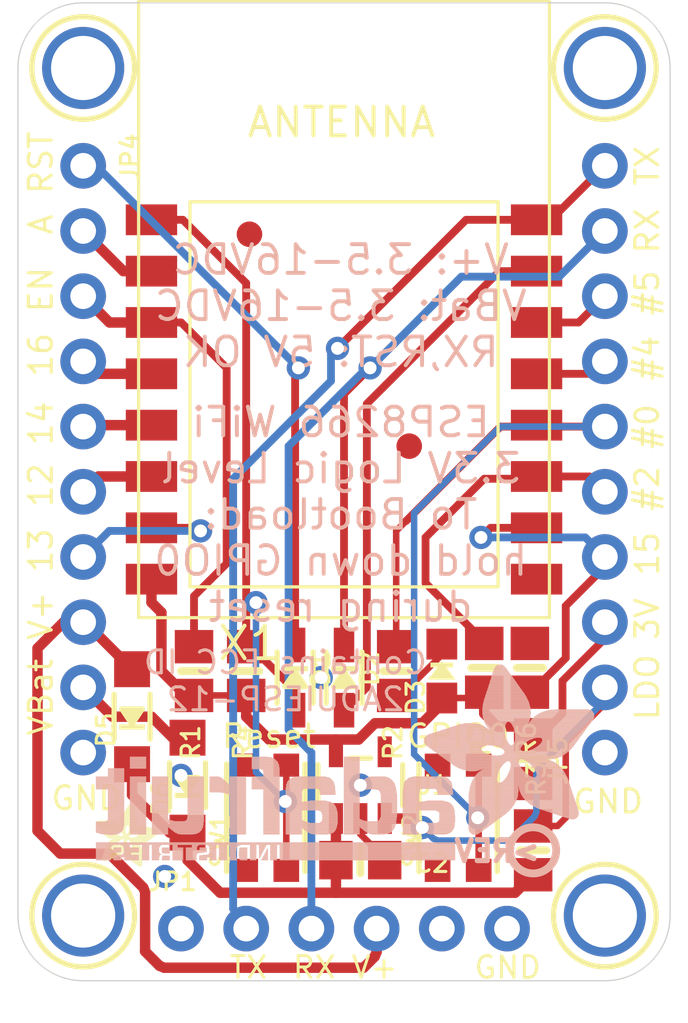
<source format=kicad_pcb>
(kicad_pcb (version 20211014) (generator pcbnew)
  (layers (0 "F.Cu" signal) (1 "In1.Cu" signal) (2 "In2.Cu" signal) (3 "In3.Cu" signal) (4 "In4.Cu" signal) (5 "In5.Cu" signal) (6 "In6.Cu" signal) (7 "In7.Cu" signal) (8 "In8.Cu" signal) (9 "In9.Cu" signal) (10 "In10.Cu" signal) (11 "In11.Cu" signal) (12 "In12.Cu" signal) (13 "In13.Cu" signal) (14 "In14.Cu" signal) (31 "B.Cu" signal) (34 "B.Paste" user) (35 "F.Paste" user) (36 "B.SilkS" user "B.Silkscreen") (37 "F.SilkS" user "F.Silkscreen") (38 "B.Mask" user) (39 "F.Mask" user) (44 "Edge.Cuts" user))
  (net 0 "")
  (net 1 "GND")
  (net 2 "VIN")
  (net 3 "3.3V")
  (net 4 "RESET")
  (net 5 "ADC")
  (net 6 "CH_PD")
  (net 7 "GPIO16")
  (net 8 "GPIO14")
  (net 9 "GPIO12")
  (net 10 "GPIO13")
  (net 11 "GPIO15")
  (net 12 "GPIO2")
  (net 13 "GPIO0")
  (net 14 "GPIO5")
  (net 15 "GPIO4")
  (net 16 "RXD")
  (net 17 "TXD")
  (net 18 "RESET_5V")
  (net 19 "RXD_5V")
  (net 20 "VBAT")
  (net 21 "N$2")
  (net 22 "LDO_EN")
  (net 23 "N$1")
  (footprint "boardEagle:1X10_ROUND70" (layer "F.Cu") (at 138.3411 103.7336 -90)
    (fp_text reference "JP4" (at -12.7762 -1.8288 90) (layer "F.SilkS") (effects (font (size 0.692831 0.692831) (thickness 0.119969)) (justify right)))
    (fp_text value "")
    (pad "1" thru_hole circle (at -11.43 0) (size 1.778 1.778) (drill 1) (layers *.Cu *.Mask) (net 18 "RESET_5V"))
    (pad "2" thru_hole circle (at -8.89 0) (size 1.778 1.778) (drill 1) (layers *.Cu *.Mask) (net 5 "ADC"))
    (pad "3" thru_hole circle (at -6.35 0) (size 1.778 1.778) (drill 1) (layers *.Cu *.Mask) (net 6 "CH_PD"))
    (pad "4" thru_hole circle (at -3.81 0) (size 1.778 1.778) (drill 1) (layers *.Cu *.Mask) (net 7 "GPIO16"))
    (pad "5" thru_hole circle (at -1.27 0) (size 1.778 1.778) (drill 1) (layers *.Cu *.Mask) (net 8 "GPIO14"))
    (pad "6" thru_hole circle (at 1.27 0) (size 1.778 1.778) (drill 1) (layers *.Cu *.Mask) (net 9 "GPIO12"))
    (pad "7" thru_hole circle (at 3.81 0) (size 1.778 1.778) (drill 1) (layers *.Cu *.Mask) (net 10 "GPIO13"))
    (pad "8" thru_hole circle (at 6.35 0) (size 1.778 1.778) (drill 1) (layers *.Cu *.Mask) (net 2 "VIN"))
    (pad "9" thru_hole circle (at 8.89 0) (size 1.778 1.778) (drill 1) (layers *.Cu *.Mask) (net 20 "VBAT"))
    (pad "10" thru_hole circle (at 11.43 0) (size 1.778 1.778) (drill 1) (layers *.Cu *.Mask) (net 1 "GND"))
  )
  (footprint "boardEagle:FIDUCIAL_1MM" (layer "F.Cu") (at 144.8181 94.9706)
    (fp_text reference "FID1" hide)
    (fp_text value "FIDUCIAL\"\"" hide)
    (pad "1" smd roundrect (at 0 0) (size 1 1) (layers "F.Cu" "F.Mask") (roundrect_rratio 0.5))
  )
  (footprint "boardEagle:0805-NO" (layer "F.Cu") (at 155.8671 118.9736 90)
    (fp_text reference "R3" (at 2.032 0.127 90) (layer "F.SilkS") (effects (font (size 0.692831 0.692831) (thickness 0.119969)) (justify left)))
    (fp_text value "10K")
    (pad "1" smd rect (at -0.95 0 90) (size 1.3 1.5) (layers "F.Cu" "F.Paste" "F.Mask") (net 21 "N$2"))
    (pad "2" smd rect (at 0.95 0 90) (size 1.3 1.5) (layers "F.Cu" "F.Paste" "F.Mask") (net 22 "LDO_EN"))
  )
  (footprint "boardEagle:MOUNTINGHOLE_2.5_PLATED" (layer "F.Cu") (at 158.6611 121.5136)
    (fp_text reference "U$17" hide)
    (fp_text value "MOUNTINGHOLE2.5" hide)
    (pad "P$1" thru_hole circle (at 0 0) (size 3.2 3.2) (drill 2.5) (layers *.Cu *.Mask))
  )
  (footprint "boardEagle:FIDUCIAL_1MM" (layer "F.Cu") (at 151.0411 103.2256)
    (fp_text reference "FID3" hide)
    (fp_text value "FIDUCIAL\"\"" hide)
    (pad "1" smd roundrect (at 0 0) (size 1 1) (layers "F.Cu" "F.Mask") (roundrect_rratio 0.5))
  )
  (footprint "boardEagle:SOD-323" (layer "F.Cu") (at 148.5011 112.2426 -90)
    (fp_text reference "D2" (at -1.1 -1 90) (layer "F.SilkS") (effects (font (size 0.692831 0.692831) (thickness 0.119969)) (justify right)))
    (fp_text value "1n4148")
    (pad "A" smd rect (at 1.27 0 270) (size 1.35 0.8) (layers "F.Cu" "F.Paste" "F.Mask") (net 16 "RXD"))
    (pad "C" smd rect (at -1.27 0 270) (size 1.35 0.8) (layers "F.Cu" "F.Paste" "F.Mask") (net 19 "RXD_5V"))
  )
  (footprint "boardEagle:BTN_KMR2_4.6X2.8" (layer "F.Cu") (at 145.4531 117.7036 90)
    (fp_text reference "SW1" (at -2.032 -1.778 90) (layer "F.SilkS") (effects (font (size 0.692831 0.692831) (thickness 0.119969)) (justify left)))
    (fp_text value "KMR2")
    (pad "A" smd rect (at 2.05 -0.8 90) (size 0.9 1) (layers "F.Cu" "F.Paste" "F.Mask") (net 1 "GND"))
    (pad "A'" smd rect (at -2.05 -0.8 90) (size 0.9 1) (layers "F.Cu" "F.Paste" "F.Mask") (net 1 "GND"))
    (pad "B" smd rect (at 2.05 0.8 90) (size 0.9 1) (layers "F.Cu" "F.Paste" "F.Mask") (net 4 "RESET"))
    (pad "B'" smd rect (at -2.05 0.8 90) (size 0.9 1) (layers "F.Cu" "F.Paste" "F.Mask") (net 4 "RESET"))
  )
  (footprint "boardEagle:0805-NO" (layer "F.Cu") (at 149.1361 119.3546)
    (fp_text reference "C2" (at 2.032 0.127) (layer "F.SilkS") (effects (font (size 0.692831 0.692831) (thickness 0.119969)) (justify left)))
    (fp_text value "10uF")
    (pad "1" smd rect (at -0.95 0) (size 1.3 1.5) (layers "F.Cu" "F.Paste" "F.Mask") (net 21 "N$2"))
    (pad "2" smd rect (at 0.95 0) (size 1.3 1.5) (layers "F.Cu" "F.Paste" "F.Mask") (net 1 "GND"))
  )
  (footprint "boardEagle:MOUNTINGHOLE_2.5_PLATED" (layer "F.Cu") (at 138.3411 88.4936)
    (fp_text reference "U$16" hide)
    (fp_text value "MOUNTINGHOLE2.5" hide)
    (pad "P$1" thru_hole circle (at 0 0) (size 3.2 3.2) (drill 2.5) (layers *.Cu *.Mask))
  )
  (footprint "boardEagle:ESP-12" (layer "F.Cu") (at 148.5011 98.9076)
    (fp_text reference "X1" (at -5 12) (layer "F.SilkS") (effects (font (size 1.272195 1.272195) (thickness 0.150205)) (justify left)))
    (fp_text value "ESP-12")
    (fp_text user "ANTENNA" (at -0.1 -8.3) (layer "F.SilkS") (effects (font (size 1.1176 1.1176) (thickness 0.1524))))
    (pad "1" smd rect (at -7.5 -4.5) (size 2 1.2) (layers "F.Cu" "F.Paste" "F.Mask") (net 4 "RESET"))
    (pad "2" smd rect (at -7.5 -2.5) (size 2 1.2) (layers "F.Cu" "F.Paste" "F.Mask") (net 5 "ADC"))
    (pad "3" smd rect (at -7.5 -0.5) (size 2 1.2) (layers "F.Cu" "F.Paste" "F.Mask") (net 6 "CH_PD"))
    (pad "4" smd rect (at -7.5 1.5) (size 2 1.2) (layers "F.Cu" "F.Paste" "F.Mask") (net 7 "GPIO16"))
    (pad "5" smd rect (at -7.5 3.5) (size 2 1.2) (layers "F.Cu" "F.Paste" "F.Mask") (net 8 "GPIO14"))
    (pad "6" smd rect (at -7.5 5.5) (size 2 1.2) (layers "F.Cu" "F.Paste" "F.Mask") (net 9 "GPIO12"))
    (pad "7" smd rect (at -7.5 7.5) (size 2 1.2) (layers "F.Cu" "F.Paste" "F.Mask") (net 10 "GPIO13"))
    (pad "8" smd rect (at -7.5 9.5) (size 2 1.2) (layers "F.Cu" "F.Paste" "F.Mask") (net 3 "3.3V"))
    (pad "9" smd rect (at 7.5 9.5) (size 2 1.2) (layers "F.Cu" "F.Paste" "F.Mask") (net 1 "GND"))
    (pad "10" smd rect (at 7.5 7.5) (size 2 1.2) (layers "F.Cu" "F.Paste" "F.Mask") (net 11 "GPIO15"))
    (pad "11" smd rect (at 7.5 5.5) (size 2 1.2) (layers "F.Cu" "F.Paste" "F.Mask") (net 12 "GPIO2"))
    (pad "12" smd rect (at 7.5 3.5) (size 2 1.2) (layers "F.Cu" "F.Paste" "F.Mask") (net 13 "GPIO0"))
    (pad "13" smd rect (at 7.5 1.5) (size 2 1.2) (layers "F.Cu" "F.Paste" "F.Mask") (net 15 "GPIO4"))
    (pad "14" smd rect (at 7.5 -0.5) (size 2 1.2) (layers "F.Cu" "F.Paste" "F.Mask") (net 14 "GPIO5"))
    (pad "15" smd rect (at 7.5 -2.5) (size 2 1.2) (layers "F.Cu" "F.Paste" "F.Mask") (net 16 "RXD"))
    (pad "16" smd rect (at 7.5 -4.5) (size 2 1.2) (layers "F.Cu" "F.Paste" "F.Mask") (net 17 "TXD"))
  )
  (footprint "boardEagle:0805-NO" (layer "F.Cu") (at 150.5331 111.9886 -90)
    (fp_text reference "R2" (at 2.032 0.127 90) (layer "F.SilkS") (effects (font (size 0.692831 0.692831) (thickness 0.119969)) (justify right)))
    (fp_text value "1K")
    (pad "1" smd rect (at -0.95 0 270) (size 1.3 1.5) (layers "F.Cu" "F.Paste" "F.Mask") (net 13 "GPIO0"))
    (pad "2" smd rect (at 0.95 0 270) (size 1.3 1.5) (layers "F.Cu" "F.Paste" "F.Mask") (net 23 "N$1"))
  )
  (footprint "boardEagle:BTN_KMR2_4.6X2.8" (layer "F.Cu") (at 152.9461 117.7036 90)
    (fp_text reference "SW2" (at -2.032 -1.778 90) (layer "F.SilkS") (effects (font (size 0.692831 0.692831) (thickness 0.119969)) (justify left)))
    (fp_text value "KMR2")
    (pad "A" smd rect (at 2.05 -0.8 90) (size 0.9 1) (layers "F.Cu" "F.Paste" "F.Mask") (net 1 "GND"))
    (pad "A'" smd rect (at -2.05 -0.8 90) (size 0.9 1) (layers "F.Cu" "F.Paste" "F.Mask") (net 1 "GND"))
    (pad "B" smd rect (at 2.05 0.8 90) (size 0.9 1) (layers "F.Cu" "F.Paste" "F.Mask") (net 13 "GPIO0"))
    (pad "B'" smd rect (at -2.05 0.8 90) (size 0.9 1) (layers "F.Cu" "F.Paste" "F.Mask") (net 13 "GPIO0"))
  )
  (footprint "boardEagle:0805-NO" (layer "F.Cu") (at 153.9621 111.8616 -90)
    (fp_text reference "R7" (at 2.032 0.127 90) (layer "F.SilkS") (effects (font (size 0.692831 0.692831) (thickness 0.119969)) (justify right)))
    (fp_text value "10K")
    (pad "1" smd rect (at -0.95 0 270) (size 1.3 1.5) (layers "F.Cu" "F.Paste" "F.Mask") (net 12 "GPIO2"))
    (pad "2" smd rect (at 0.95 0 270) (size 1.3 1.5) (layers "F.Cu" "F.Paste" "F.Mask") (net 3 "3.3V"))
  )
  (footprint "boardEagle:ADAFRUIT_2.5MM" (layer "F.Cu") (at 138.8491 119.6086)
    (fp_text reference "U$3" hide)
    (fp_text value "" hide)
  )
  (footprint "boardEagle:SOT23-5" (layer "F.Cu") (at 149.1361 116.4336)
    (fp_text reference "U1" (at 1.978 0) (layer "F.SilkS") (effects (font (size 0.692831 0.692831) (thickness 0.119969)) (justify left)))
    (fp_text value "SPX3819")
    (pad "1" smd rect (at -0.95 1.3001) (size 0.55 1.2) (layers "F.Cu" "F.Paste" "F.Mask") (net 21 "N$2"))
    (pad "2" smd rect (at 0 1.3001) (size 0.55 1.2) (layers "F.Cu" "F.Paste" "F.Mask") (net 1 "GND"))
    (pad "3" smd rect (at 0.95 1.3001) (size 0.55 1.2) (layers "F.Cu" "F.Paste" "F.Mask") (net 22 "LDO_EN"))
    (pad "4" smd rect (at 0.95 -1.3001) (size 0.55 1.2) (layers "F.Cu" "F.Paste" "F.Mask"))
    (pad "5" smd rect (at -0.95 -1.3001) (size 0.55 1.2) (layers "F.Cu" "F.Paste" "F.Mask") (net 3 "3.3V"))
  )
  (footprint "boardEagle:CHIPLED_0805_NOOUTLINE" (layer "F.Cu") (at 152.3111 111.9886)
    (fp_text reference "D3" (at -1.016 1.778 90) (layer "F.SilkS") (effects (font (size 0.692831 0.692831) (thickness 0.119969)) (justify left)))
    (fp_text value "RED")
    (pad "A" smd rect (at 0 1.05) (size 1.2 1.2) (layers "F.Cu" "F.Paste" "F.Mask") (net 3 "3.3V"))
    (pad "C" smd rect (at 0 -1.05) (size 1.2 1.2) (layers "F.Cu" "F.Paste" "F.Mask") (net 23 "N$1"))
  )
  (footprint "boardEagle:MOUNTINGHOLE_2.5_PLATED" (layer "F.Cu") (at 138.3411 121.5136)
    (fp_text reference "U$18" hide)
    (fp_text value "MOUNTINGHOLE2.5" hide)
    (pad "P$1" thru_hole circle (at 0 0) (size 3.2 3.2) (drill 2.5) (layers *.Cu *.Mask))
  )
  (footprint "boardEagle:0805-NO" (layer "F.Cu") (at 144.6911 111.9886 -90)
    (fp_text reference "R4" (at 2.032 0.127 90) (layer "F.SilkS") (effects (font (size 0.692831 0.692831) (thickness 0.119969)) (justify right)))
    (fp_text value "10K")
    (pad "1" smd rect (at -0.95 0 270) (size 1.3 1.5) (layers "F.Cu" "F.Paste" "F.Mask") (net 4 "RESET"))
    (pad "2" smd rect (at 0.95 0 270) (size 1.3 1.5) (layers "F.Cu" "F.Paste" "F.Mask") (net 3 "3.3V"))
  )
  (footprint "boardEagle:SOD-123" (layer "F.Cu") (at 142.4051 116.4336 90)
    (fp_text reference "D6" (at -1.27 -1.016 90) (layer "F.SilkS") (effects (font (size 0.692831 0.692831) (thickness 0.119969)) (justify left)))
    (fp_text value "MBR120")
    (pad "A" smd rect (at 1.85 0 180) (size 1.4 1.4) (layers "F.Cu" "F.Paste" "F.Mask") (net 20 "VBAT"))
    (pad "C" smd rect (at -1.85 0 180) (size 1.4 1.4) (layers "F.Cu" "F.Paste" "F.Mask") (net 21 "N$2"))
  )
  (footprint "boardEagle:0805-NO" (layer "F.Cu") (at 155.7401 111.8616 -90)
    (fp_text reference "R6" (at 2.032 0.127 90) (layer "F.SilkS") (effects (font (size 0.692831 0.692831) (thickness 0.119969)) (justify right)))
    (fp_text value "10K")
    (pad "1" smd rect (at -0.95 0 270) (size 1.3 1.5) (layers "F.Cu" "F.Paste" "F.Mask") (net 1 "GND"))
    (pad "2" smd rect (at 0.95 0 270) (size 1.3 1.5) (layers "F.Cu" "F.Paste" "F.Mask") (net 11 "GPIO15"))
  )
  (footprint "boardEagle:0805-NO" (layer "F.Cu") (at 155.8671 115.4176 -90)
    (fp_text reference "C1" hide)
    (fp_text value "10uF")
    (pad "1" smd rect (at -0.95 0 270) (size 1.3 1.5) (layers "F.Cu" "F.Paste" "F.Mask") (net 3 "3.3V"))
    (pad "2" smd rect (at 0.95 0 270) (size 1.3 1.5) (layers "F.Cu" "F.Paste" "F.Mask") (net 1 "GND"))
  )
  (footprint "boardEagle:SOD-123" (layer "F.Cu") (at 140.2461 113.7666 90)
    (fp_text reference "D5" (at -1.27 -1.016 90) (layer "F.SilkS") (effects (font (size 0.692831 0.692831) (thickness 0.119969)) (justify left)))
    (fp_text value "MBR120")
    (pad "A" smd rect (at 1.85 0 180) (size 1.4 1.4) (layers "F.Cu" "F.Paste" "F.Mask") (net 2 "VIN"))
    (pad "C" smd rect (at -1.85 0 180) (size 1.4 1.4) (layers "F.Cu" "F.Paste" "F.Mask") (net 21 "N$2"))
  )
  (footprint "boardEagle:SOD-323" (layer "F.Cu") (at 146.5961 112.2426 -90)
    (fp_text reference "D1" (at -1.1 -1 90) (layer "F.SilkS") (effects (font (size 0.692831 0.692831) (thickness 0.119969)) (justify right)))
    (fp_text value "1n4148")
    (pad "A" smd rect (at 1.27 0 270) (size 1.35 0.8) (layers "F.Cu" "F.Paste" "F.Mask") (net 4 "RESET"))
    (pad "C" smd rect (at -1.27 0 270) (size 1.35 0.8) (layers "F.Cu" "F.Paste" "F.Mask") (net 18 "RESET_5V"))
  )
  (footprint "boardEagle:1X10_ROUND70" (layer "F.Cu") (at 158.6611 103.7336 90)
    (fp_text reference "JP5" (at -12.7762 -1.8288 90) (layer "F.SilkS") (effects (font (size 0.692831 0.692831) (thickness 0.119969)) (justify left)))
    (fp_text value "")
    (pad "1" thru_hole circle (at -11.43 0 180) (size 1.778 1.778) (drill 1) (layers *.Cu *.Mask) (net 1 "GND"))
    (pad "2" thru_hole circle (at -8.89 0 180) (size 1.778 1.778) (drill 1) (layers *.Cu *.Mask) (net 22 "LDO_EN"))
    (pad "3" thru_hole circle (at -6.35 0 180) (size 1.778 1.778) (drill 1) (layers *.Cu *.Mask) (net 3 "3.3V"))
    (pad "4" thru_hole circle (at -3.81 0 180) (size 1.778 1.778) (drill 1) (layers *.Cu *.Mask) (net 11 "GPIO15"))
    (pad "5" thru_hole circle (at -1.27 0 180) (size 1.778 1.778) (drill 1) (layers *.Cu *.Mask) (net 12 "GPIO2"))
    (pad "6" thru_hole circle (at 1.27 0 180) (size 1.778 1.778) (drill 1) (layers *.Cu *.Mask) (net 13 "GPIO0"))
    (pad "7" thru_hole circle (at 3.81 0 180) (size 1.778 1.778) (drill 1) (layers *.Cu *.Mask) (net 15 "GPIO4"))
    (pad "8" thru_hole circle (at 6.35 0 180) (size 1.778 1.778) (drill 1) (layers *.Cu *.Mask) (net 14 "GPIO5"))
    (pad "9" thru_hole circle (at 8.89 0 180) (size 1.778 1.778) (drill 1) (layers *.Cu *.Mask) (net 19 "RXD_5V"))
    (pad "10" thru_hole circle (at 11.43 0 180) (size 1.778 1.778) (drill 1) (layers *.Cu *.Mask) (net 17 "TXD"))
  )
  (footprint "boardEagle:1X06_ROUND_70" (layer "F.Cu") (at 148.5011 122.0216)
    (fp_text reference "JP1" (at -7.6962 -1.8288) (layer "F.SilkS") (effects (font (size 0.692831 0.692831) (thickness 0.119969)) (justify left)))
    (fp_text value "FTDI")
    (pad "1" thru_hole circle (at -6.35 0 90) (size 1.778 1.778) (drill 1) (layers *.Cu *.Mask))
    (pad "2" thru_hole circle (at -3.81 0 90) (size 1.778 1.778) (drill 1) (layers *.Cu *.Mask) (net 17 "TXD"))
    (pad "3" thru_hole circle (at -1.27 0 90) (size 1.778 1.778) (drill 1) (layers *.Cu *.Mask) (net 19 "RXD_5V"))
    (pad "4" thru_hole circle (at 1.27 0 90) (size 1.778 1.778) (drill 1) (layers *.Cu *.Mask) (net 2 "VIN"))
    (pad "5" thru_hole circle (at 3.81 0 90) (size 1.778 1.778) (drill 1) (layers *.Cu *.Mask))
    (pad "6" thru_hole circle (at 6.35 0 90) (size 1.778 1.778) (drill 1) (layers *.Cu *.Mask) (net 1 "GND"))
  )
  (footprint "boardEagle:0805-NO" (layer "F.Cu") (at 142.6591 111.9886 -90)
    (fp_text reference "R1" (at 2.032 0.127 90) (layer "F.SilkS") (effects (font (size 0.692831 0.692831) (thickness 0.119969)) (justify right)))
    (fp_text value "10K")
    (pad "1" smd rect (at -0.95 0 270) (size 1.3 1.5) (layers "F.Cu" "F.Paste" "F.Mask") (net 6 "CH_PD"))
    (pad "2" smd rect (at 0.95 0 270) (size 1.3 1.5) (layers "F.Cu" "F.Paste" "F.Mask") (net 3 "3.3V"))
  )
  (footprint "boardEagle:MOUNTINGHOLE_2.5_PLATED" (layer "F.Cu") (at 158.6611 88.4936)
    (fp_text reference "U$15" hide)
    (fp_text value "MOUNTINGHOLE2.5" hide)
    (pad "P$1" thru_hole circle (at 0 0) (size 3.2 3.2) (drill 2.5) (layers *.Cu *.Mask))
  )
  (footprint "boardEagle:HUZZAHLOGO" (layer "B.Cu") (at 157.3911 93.4466 180)
    (fp_text reference "U$2" hide)
    (fp_text value "" hide)
  )
  (footprint "boardEagle:PCBFEAT-REV-040" (layer "B.Cu") (at 155.8671 118.9736 180)
    (fp_text reference "U$13" hide)
    (fp_text value "" hide)
    (fp_text user ">REV" (at -0.3556 -0.508) (layer "B.SilkS") (effects (font (size 0.8128 0.8128) (thickness 0.2032)) (justify left bottom mirror)))
  )
  (footprint "boardEagle:ADAFRUIT_TEXT_20MM" (layer "B.Cu") (at 158.4071 119.3546 180)
    (fp_text reference "U$12" hide)
    (fp_text value "" hide)
  )
  (gr_arc (start 135.8011 88.4936) (mid 136.545049 86.697549) (end 138.3411 85.9536) (layer "Edge.Cuts") (width 0.05))
  (gr_line (start 135.8011 88.4936) (end 135.8011 121.5136) (layer "Edge.Cuts") (width 0.05))
  (gr_arc (start 138.3411 124.0536) (mid 136.545049 123.309651) (end 135.8011 121.5136) (layer "Edge.Cuts") (width 0.05))
  (gr_line (start 138.3411 124.0536) (end 158.6611 124.0536) (layer "Edge.Cuts") (width 0.05))
  (gr_arc (start 158.6611 85.9536) (mid 160.457151 86.697549) (end 161.2011 88.4936) (layer "Edge.Cuts") (width 0.05))
  (gr_line (start 161.2011 121.5136) (end 161.2011 88.4936) (layer "Edge.Cuts") (width 0.05))
  (gr_arc (start 161.2011 121.5136) (mid 160.457151 123.309651) (end 158.6611 124.0536) (layer "Edge.Cuts") (width 0.05))
  (gr_line (start 158.6611 85.9536) (end 138.3411 85.9536) (layer "Edge.Cuts") (width 0.05))
  (gr_text "ESP8266 WiFi\n3.3V Logic Level\nTo Bootload:\nhold down GPIO0\nduring reset" (at 148.3741 105.8926) (layer "B.SilkS") (effects (font (size 1.1176 1.1176) (thickness 0.1524)) (justify mirror)))
  (gr_text "V+: 3.5-16VDC\nVBat: 3.5-16VDC\nRX,RST: 5V OK" (at 148.3741 97.7646) (layer "B.SilkS") (effects (font (size 1.1176 1.1176) (thickness 0.1524)) (justify mirror)))
  (gr_text "Contains FCC ID\n2ADUIESP-12" (at 146.2151 112.3696) (layer "B.SilkS") (effects (font (size 0.89408 0.89408) (thickness 0.12192)) (justify mirror)))
  (gr_text "#2" (at 160.3121 104.8766 90) (layer "F.SilkS") (effects (font (size 0.89408 0.89408) (thickness 0.12192))))
  (gr_text "GND" (at 138.4681 116.9416) (layer "F.SilkS") (effects (font (size 0.89408 0.89408) (thickness 0.12192))))
  (gr_text "GND" (at 156.2481 123.0376) (layer "F.SilkS") (effects (font (size 0.849376 0.849376) (thickness 0.115824)) (justify right top)))
  (gr_text "13" (at 136.6901 107.2896 90) (layer "F.SilkS") (effects (font (size 0.89408 0.89408) (thickness 0.12192))))
  (gr_text "#5" (at 160.3121 97.2566 90) (layer "F.SilkS") (effects (font (size 0.89408 0.89408) (thickness 0.12192))))
  (gr_text "RX" (at 148.2471 123.0376) (layer "F.SilkS") (effects (font (size 0.849376 0.849376) (thickness 0.115824)) (justify right top)))
  (gr_text "V+" (at 136.6901 109.8296 90) (layer "F.SilkS") (effects (font (size 0.89408 0.89408) (thickness 0.12192))))
  (gr_text "15" (at 160.3121 107.4166 90) (layer "F.SilkS") (effects (font (size 0.89408 0.89408) (thickness 0.12192))))
  (gr_text "#4" (at 160.3121 99.7966 90) (layer "F.SilkS") (effects (font (size 0.89408 0.89408) (thickness 0.12192))))
  (gr_text "GND" (at 158.7881 117.0686) (layer "F.SilkS") (effects (font (size 0.89408 0.89408) (thickness 0.12192))))
  (gr_text "14" (at 136.6901 102.3366 90) (layer "F.SilkS") (effects (font (size 0.89408 0.89408) (thickness 0.12192))))
  (gr_text "LDO" (at 160.3121 112.6236 90) (layer "F.SilkS") (effects (font (size 0.89408 0.89408) (thickness 0.12192))))
  (gr_text "A" (at 136.6901 94.5896 90) (layer "F.SilkS") (effects (font (size 0.89408 0.89408) (thickness 0.12192))))
  (gr_text "RX" (at 160.3121 94.8436 90) (layer "F.SilkS") (effects (font (size 0.89408 0.89408) (thickness 0.12192))))
  (gr_text "EN" (at 136.6901 97.1296 90) (layer "F.SilkS") (effects (font (size 0.89408 0.89408) (thickness 0.12192))))
  (gr_text "GPIO0" (at 152.9461 114.5286) (layer "F.SilkS") (effects (font (size 0.89408 0.89408) (thickness 0.12192))))
  (gr_text "V+" (at 150.6601 123.0376) (layer "F.SilkS") (effects (font (size 0.849376 0.849376) (thickness 0.115824)) (justify right top)))
  (gr_text "12" (at 136.6901 104.7496 90) (layer "F.SilkS") (effects (font (size 0.89408 0.89408) (thickness 0.12192))))
  (gr_text "16" (at 136.6901 99.6696 90) (layer "F.SilkS") (effects (font (size 0.89408 0.89408) (thickness 0.12192))))
  (gr_text "TX" (at 145.5801 123.0376) (layer "F.SilkS") (effects (font (size 0.849376 0.849376) (thickness 0.115824)) (justify right top)))
  (gr_text "VBat" (at 136.6901 113.0046 90) (layer "F.SilkS") (effects (font (size 0.89408 0.89408) (thickness 0.12192))))
  (gr_text "TX" (at 160.3121 92.3036 90) (layer "F.SilkS") (effects (font (size 0.89408 0.89408) (thickness 0.12192))))
  (gr_text "3V" (at 160.3121 109.9566 90) (layer "F.SilkS") (effects (font (size 0.89408 0.89408) (thickness 0.12192))))
  (gr_text "#0" (at 160.3121 102.4636 90) (layer "F.SilkS") (effects (font (size 0.89408 0.89408) (thickness 0.12192))))
  (gr_text "Reset" (at 145.5801 114.5286) (layer "F.SilkS") (effects (font (size 0.89408 0.89408) (thickness 0.12192))))
  (gr_text "RST" (at 136.6901 92.1766 90) (layer "F.SilkS") (effects (font (size 0.89408 0.89408) (thickness 0.12192))))
  (segment (start 149.1361 118.3386) (end 149.1361 117.7337) (width 0.254) (layer "F.Cu") (net 1))
  (segment (start 150.0861 119.3546) (end 150.0861 119.2886) (width 0.254) (layer "F.Cu") (net 1))
  (segment (start 150.0861 119.2886) (end 149.1361 118.3386) (width 0.254) (layer "F.Cu") (net 1))
  (via (at 141.5161 119.9896) (size 0.9064) (drill 0.5) (layers "F.Cu" "B.Cu") (net 1))
  (via (at 142.1511 116.0526) (size 0.9064) (drill 0.5) (layers "F.Cu" "B.Cu") (net 1))
  (via (at 149.1361 116.4336) (size 0.9064) (drill 0.5) (layers "F.Cu" "B.Cu") (net 1))
  (via (at 147.6121 112.2426) (size 0.9064) (drill 0.5) (layers "F.Cu" "B.Cu") (net 1))
  (segment (start 136.5631 118.2116) (end 137.4521 119.1006) (width 0.4064) (layer "F.Cu") (net 2))
  (segment (start 138.4131 110.0836) (end 140.2461 111.9166) (width 0.4064) (layer "F.Cu") (net 2))
  (segment (start 137.5791 110.0836) (end 136.5631 111.0996) (width 0.4064) (layer "F.Cu") (net 2))
  (segment (start 149.2631 123.5456) (end 149.696706 123.111994) (width 0.4064) (layer "F.Cu") (net 2))
  (segment (start 138.3411 110.0836) (end 137.5791 110.0836) (width 0.4064) (layer "F.Cu") (net 2))
  (segment (start 138.3411 110.0836) (end 138.4131 110.0836) (width 0.4064) (layer "F.Cu") (net 2))
  (segment (start 141.314706 123.471207) (end 141.314707 123.471208) (width 0.4064) (layer "F.Cu") (net 2))
  (segment (start 149.696706 123.111994) (end 149.7711 122.932391) (width 0.4064) (layer "F.Cu") (net 2))
  (segment (start 140.679706 120.423207) (end 140.7541 120.60281) (width 0.4064) (layer "F.Cu") (net 2))
  (segment (start 149.7711 122.932391) (end 149.7711 122.0216) (width 0.4064) (layer "F.Cu") (net 2))
  (segment (start 140.7541 122.9106) (end 141.314706 123.471207) (width 0.4064) (layer "F.Cu") (net 2))
  (segment (start 140.679706 120.423207) (end 140.679706 120.423207) (width 0.4064) (layer "F.Cu") (net 2))
  (segment (start 149.696706 123.111994) (end 149.696706 123.111994) (width 0.4064) (layer "F.Cu") (net 2))
  (segment (start 139.3571 119.1006) (end 140.679706 120.423207) (width 0.4064) (layer "F.Cu") (net 2))
  (segment (start 141.494309 123.5456) (end 149.2631 123.5456) (width 0.4064) (layer "F.Cu") (net 2))
  (segment (start 140.7541 120.60281) (end 140.7541 122.9106) (width 0.4064) (layer "F.Cu") (net 2))
  (segment (start 137.4521 119.1006) (end 139.3571 119.1006) (width 0.4064) (layer "F.Cu") (net 2))
  (segment (start 141.314707 123.471208) (end 141.494309 123.5456) (width 0.4064) (layer "F.Cu") (net 2))
  (segment (start 136.5631 111.0996) (end 136.5631 118.2116) (width 0.4064) (layer "F.Cu") (net 2))
  (segment (start 153.7351 113.0386) (end 153.9621 112.8116) (width 0.254) (layer "F.Cu") (net 3))
  (segment (start 141.0011 108.4076) (end 141.0011 109.3146) (width 0.4064) (layer "F.Cu") (net 3))
  (segment (start 149.0701 114.6556) (end 149.7051 114.0206) (width 0.4064) (layer "F.Cu") (net 3))
  (segment (start 141.0011 109.3146) (end 141.3891 109.7026) (width 0.4064) (layer "F.Cu") (net 3))
  (segment (start 153.9621 113.6396) (end 154.4701 114.1476) (width 0.4064) (layer "F.Cu") (net 3))
  (segment (start 154.4701 114.1476) (end 155.8671 114.1476) (width 0.4064) (layer "F.Cu") (net 3))
  (segment (start 156.5021 114.1476) (end 155.8671 114.1476) (width 0.3048) (layer "F.Cu") (net 3))
  (segment (start 141.3891 111.9886) (end 142.1511 112.7506) (width 0.4064) (layer "F.Cu") (net 3))
  (segment (start 142.4711 112.7506) (end 142.6591 112.9386) (width 0.4064) (layer "F.Cu") (net 3))
  (segment (start 157.0101 112.3696) (end 157.0101 113.6396) (width 0.3048) (layer "F.Cu") (net 3))
  (segment (start 144.6911 113.7666) (end 145.5801 114.6556) (width 0.4064) (layer "F.Cu") (net 3))
  (segment (start 148.1861 115.1335) (end 148.1861 114.6556) (width 0.4064) (layer "F.Cu") (net 3))
  (segment (start 144.6911 112.9386) (end 144.6911 113.7666) (width 0.4064) (layer "F.Cu") (net 3))
  (segment (start 153.9621 112.8116) (end 153.9621 113.6396) (width 0.4064) (layer "F.Cu") (net 3))
  (segment (start 142.6591 112.9386) (end 144.6911 112.9386) (width 0.254) (layer "F.Cu") (net 3))
  (segment (start 158.5341 110.8456) (end 157.0101 112.3696) (width 0.3048) (layer "F.Cu") (net 3))
  (segment (start 141.3891 109.7026) (end 141.3891 111.9886) (width 0.4064) (layer "F.Cu") (net 3))
  (segment (start 158.6611 110.0836) (end 158.4071 110.0836) (width 0.3048) (layer "F.Cu") (net 3))
  (segment (start 142.5981 112.8776) (end 142.6591 112.9386) (width 0.254) (layer "F.Cu") (net 3))
  (segment (start 151.5491 114.0206) (end 152.3111 113.2586) (width 0.4064) (layer "F.Cu") (net 3))
  (segment (start 149.0701 114.6556) (end 148.1861 114.6556) (width 0.4064) (layer "F.Cu") (net 3))
  (segment (start 158.459706 110.136207) (end 158.459706 110.136207) (width 0.3048) (layer "F.Cu") (net 3))
  (segment (start 149.7051 114.0206) (end 151.5491 114.0206) (width 0.4064) (layer "F.Cu") (net 3))
  (segment (start 157.0101 113.6396) (end 156.5021 114.1476) (width 0.3048) (layer "F.Cu") (net 3))
  (segment (start 158.459706 110.136207) (end 158.5341 110.31581) (width 0.3048) (layer "F.Cu") (net 3))
  (segment (start 155.8671 114.1476) (end 155.8671 114.4676) (width 0.4064) (layer "F.Cu") (net 3))
  (segment (start 148.1861 114.6556) (end 145.5801 114.6556) (width 0.4064) (layer "F.Cu") (net 3))
  (segment (start 142.1511 112.7506) (end 142.4711 112.7506) (width 0.4064) (layer "F.Cu") (net 3))
  (segment (start 152.3111 113.0386) (end 153.7351 113.0386) (width 0.254) (layer "F.Cu") (net 3))
  (segment (start 152.3111 113.2586) (end 152.3111 113.0386) (width 0.4064) (layer "F.Cu") (net 3))
  (segment (start 158.4071 110.0836) (end 158.459706 110.136207) (width 0.3048) (layer "F.Cu") (net 3))
  (segment (start 158.5341 110.31581) (end 158.5341 110.8456) (width 0.3048) (layer "F.Cu") (net 3))
  (segment (start 141.0011 94.4076) (end 142.2231 94.4076) (width 0.3048) (layer "F.Cu") (net 4))
  (segment (start 146.5961 112.7506) (end 144.8841 111.0386) (width 0.3048) (layer "F.Cu") (net 4))
  (segment (start 144.6911 109.3216) (end 144.6911 111.0386) (width 0.3048) (layer "F.Cu") (net 4))
  (segment (start 146.2531 119.7536) (end 146.2531 117.1066) (width 0.254) (layer "F.Cu") (net 4))
  (segment (start 146.2531 117.0306) (end 146.2151 117.0686) (width 0.254) (layer "F.Cu") (net 4))
  (segment (start 145.0721 109.3216) (end 144.6911 109.3216) (width 0.3048) (layer "F.Cu") (net 4))
  (segment (start 146.2531 115.6536) (end 146.2531 117.0306) (width 0.254) (layer "F.Cu") (net 4))
  (segment (start 144.6911 96.8756) (end 144.6911 111.0386) (width 0.3048) (layer "F.Cu") (net 4))
  (segment (start 146.2531 117.1066) (end 146.2151 117.0686) (width 0.254) (layer "F.Cu") (net 4))
  (segment (start 142.2231 94.4076) (end 144.6911 96.8756) (width 0.3048) (layer "F.Cu") (net 4))
  (segment (start 146.5961 112.7506) (end 146.5961 113.5126) (width 0.3048) (layer "F.Cu") (net 4))
  (segment (start 144.8841 111.0386) (end 144.6911 111.0386) (width 0.3048) (layer "F.Cu") (net 4))
  (via (at 146.2151 117.0686) (size 0.9064) (drill 0.5) (layers "F.Cu" "B.Cu") (net 4))
  (via (at 145.0721 109.3216) (size 0.9064) (drill 0.5) (layers "F.Cu" "B.Cu") (net 4))
  (segment (start 145.0721 115.9256) (end 146.2151 117.0686) (width 0.254) (layer "B.Cu") (net 4))
  (segment (start 145.0721 109.3216) (end 145.0721 115.9256) (width 0.254) (layer "B.Cu") (net 4))
  (segment (start 139.9051 96.4076) (end 138.3411 94.8436) (width 0.4064) (layer "F.Cu") (net 5))
  (segment (start 141.0011 96.4076) (end 139.9051 96.4076) (width 0.4064) (layer "F.Cu") (net 5))
  (segment (start 142.6591 109.0676) (end 142.6591 111.0386) (width 0.3048) (layer "F.Cu") (net 6))
  (segment (start 141.0011 98.4076) (end 139.3651 98.4076) (width 0.4064) (layer "F.Cu") (net 6))
  (segment (start 141.0011 98.4076) (end 142.1591 98.4076) (width 0.3048) (layer "F.Cu") (net 6))
  (segment (start 139.3651 98.4076) (end 138.3411 97.3836) (width 0.4064) (layer "F.Cu") (net 6))
  (segment (start 143.9291 100.1776) (end 143.9291 107.7976) (width 0.3048) (layer "F.Cu") (net 6))
  (segment (start 142.1591 98.4076) (end 143.9291 100.1776) (width 0.3048) (layer "F.Cu") (net 6))
  (segment (start 143.9291 107.7976) (end 142.6591 109.0676) (width 0.3048) (layer "F.Cu") (net 6))
  (segment (start 138.8251 100.4076) (end 138.3411 99.9236) (width 0.4064) (layer "F.Cu") (net 7))
  (segment (start 141.0011 100.4076) (end 138.8251 100.4076) (width 0.4064) (layer "F.Cu") (net 7))
  (segment (start 140.1751 102.4076) (end 138.3971 102.4076) (width 0.4064) (layer "F.Cu") (net 8))
  (segment (start 138.3971 102.4076) (end 138.3411 102.4636) (width 0.4064) (layer "F.Cu") (net 8))
  (segment (start 140.1751 102.4076) (end 141.0011 102.4076) (width 0.3048) (layer "F.Cu") (net 8))
  (segment (start 140.7151 104.4076) (end 138.9371 104.4076) (width 0.4064) (layer "F.Cu") (net 9))
  (segment (start 138.9371 104.4076) (end 138.3411 105.0036) (width 0.4064) (layer "F.Cu") (net 9))
  (segment (start 140.7151 104.4076) (end 141.0011 104.4076) (width 0.3048) (layer "F.Cu") (net 9))
  (segment (start 142.7931 106.4076) (end 141.0011 106.4076) (width 0.3048) (layer "F.Cu") (net 10))
  (segment (start 142.9131 106.5276) (end 142.7931 106.4076) (width 0.3048) (layer "F.Cu") (net 10))
  (via (at 142.9131 106.5276) (size 0.9064) (drill 0.5) (layers "F.Cu" "B.Cu") (net 10))
  (segment (start 139.3571 106.5276) (end 138.3411 107.5436) (width 0.3048) (layer "B.Cu") (net 10))
  (segment (start 142.9131 106.5276) (end 139.3571 106.5276) (width 0.3048) (layer "B.Cu") (net 10))
  (segment (start 155.8671 112.6846) (end 155.7401 112.8116) (width 0.254) (layer "F.Cu") (net 11))
  (segment (start 155.9331 112.6846) (end 157.1371 111.4806) (width 0.3048) (layer "F.Cu") (net 11))
  (segment (start 156.0011 106.4076) (end 154.2091 106.4076) (width 0.3048) (layer "F.Cu") (net 11))
  (segment (start 155.9331 112.6846) (end 155.8671 112.6846) (width 0.254) (layer "F.Cu") (net 11))
  (segment (start 158.6611 107.9246) (end 158.6611 107.5436) (width 0.3048) (layer "F.Cu") (net 11))
  (segment (start 157.1371 109.4486) (end 158.6611 107.9246) (width 0.3048) (layer "F.Cu") (net 11))
  (segment (start 154.2091 106.4076) (end 153.8351 106.7816) (width 0.3048) (layer "F.Cu") (net 11))
  (segment (start 157.1371 111.4806) (end 157.1371 109.4486) (width 0.3048) (layer "F.Cu") (net 11))
  (via (at 153.8351 106.7816) (size 0.9064) (drill 0.5) (layers "F.Cu" "B.Cu") (net 11))
  (segment (start 157.8991 106.7816) (end 158.6611 107.5436) (width 0.3048) (layer "B.Cu") (net 11))
  (segment (start 153.8351 106.7816) (end 157.8991 106.7816) (width 0.3048) (layer "B.Cu") (net 11))
  (segment (start 151.6761 108.5596) (end 153.9621 110.8456) (width 0.3048) (layer "F.Cu") (net 12))
  (segment (start 156.0011 104.4076) (end 158.0651 104.4076) (width 0.3048) (layer "F.Cu") (net 12))
  (segment (start 155.9131 104.4956) (end 156.0011 104.4076) (width 0.3048) (layer "F.Cu") (net 12))
  (segment (start 151.6761 106.7816) (end 153.9621 104.4956) (width 0.3048) (layer "F.Cu") (net 12))
  (segment (start 151.6761 108.5596) (end 151.6761 106.7816) (width 0.3048) (layer "F.Cu") (net 12))
  (segment (start 153.9621 104.4956) (end 155.9131 104.4956) (width 0.3048) (layer "F.Cu") (net 12))
  (segment (start 153.9621 110.8456) (end 153.9621 110.9116) (width 0.3048) (layer "F.Cu") (net 12))
  (segment (start 158.0651 104.4076) (end 158.6611 105.0036) (width 0.3048) (layer "F.Cu") (net 12))
  (segment (start 150.9141 106.1466) (end 154.5971 102.4636) (width 0.3048) (layer "F.Cu") (net 13))
  (segment (start 154.5971 102.4636) (end 155.9451 102.4636) (width 0.3048) (layer "F.Cu") (net 13))
  (segment (start 155.9451 102.4636) (end 158.6611 102.4636) (width 0.3048) (layer "F.Cu") (net 13))
  (segment (start 155.9451 102.4636) (end 156.0011 102.4076) (width 0.3048) (layer "F.Cu") (net 13))
  (segment (start 153.7461 119.7536) (end 153.7461 115.6536) (width 0.254) (layer "F.Cu") (net 13))
  (segment (start 153.7461 115.6536) (end 153.7461 115.5826) (width 0.254) (layer "F.Cu") (net 13))
  (segment (start 153.7461 117.6656) (end 153.7081 117.7036) (width 0.254) (layer "F.Cu") (net 13))
  (segment (start 150.5331 111.0386) (end 150.5331 106.5276) (width 0.254) (layer "F.Cu") (net 13))
  (segment (start 150.5331 106.5276) (end 150.9141 106.1466) (width 0.254) (layer "F.Cu") (net 13))
  (segment (start 153.7461 115.6536) (end 153.7461 117.6656) (width 0.254) (layer "F.Cu") (net 13))
  (via (at 153.7081 117.7036) (size 0.9064) (drill 0.5) (layers "F.Cu" "B.Cu") (net 13))
  (segment (start 151.2316 105.8291) (end 154.5971 102.4636) (width 0.254) (layer "B.Cu") (net 13))
  (segment (start 153.7081 117.7036) (end 151.2316 115.2271) (width 0.254) (layer "B.Cu") (net 13))
  (segment (start 154.5971 102.4636) (end 158.6611 102.4636) (width 0.254) (layer "B.Cu") (net 13))
  (segment (start 151.2316 115.2271) (end 151.2316 105.8291) (width 0.254) (layer "B.Cu") (net 13))
  (segment (start 156.0011 98.4076) (end 157.6371 98.4076) (width 0.3048) (layer "F.Cu") (net 14))
  (segment (start 157.6371 98.4076) (end 158.6611 97.3836) (width 0.3048) (layer "F.Cu") (net 14))
  (segment (start 158.1771 100.4076) (end 158.6611 99.9236) (width 0.3048) (layer "F.Cu") (net 15))
  (segment (start 156.0011 100.4076) (end 158.1771 100.4076) (width 0.3048) (layer "F.Cu") (net 15))
  (segment (start 154.5571 96.4076) (end 156.0011 96.4076) (width 0.3048) (layer "F.Cu") (net 16))
  (segment (start 149.3901 101.5746) (end 154.5571 96.4076) (width 0.3048) (layer "F.Cu") (net 16))
  (segment (start 148.5011 113.5126) (end 149.3901 112.6236) (width 0.3048) (layer "F.Cu") (net 16))
  (segment (start 149.3901 112.6236) (end 149.3901 101.5746) (width 0.3048) (layer "F.Cu") (net 16))
  (segment (start 148.2471 99.4156) (end 153.2551 94.4076) (width 0.3048) (layer "F.Cu") (net 17))
  (segment (start 156.0011 94.4076) (end 156.3271 94.0816) (width 0.3048) (layer "F.Cu") (net 17))
  (segment (start 156.5571 94.4076) (end 156.0011 94.4076) (width 0.3048) (layer "F.Cu") (net 17))
  (segment (start 158.6611 92.3036) (end 156.5571 94.4076) (width 0.3048) (layer "F.Cu") (net 17))
  (segment (start 153.2551 94.4076) (end 156.0011 94.4076) (width 0.3048) (layer "F.Cu") (net 17))
  (via (at 148.2471 99.4156) (size 0.9064) (drill 0.5) (layers "F.Cu" "B.Cu") (net 17))
  (segment (start 144.6911 121.7676) (end 144.1831 121.2596) (width 0.3048) (layer "B.Cu") (net 17))
  (segment (start 144.6911 122.0216) (end 144.6911 121.7676) (width 0.3048) (layer "B.Cu") (net 17))
  (segment (start 147.9931 100.6856) (end 147.9931 99.6696) (width 0.3048) (layer "B.Cu") (net 17))
  (segment (start 144.1831 121.2596) (end 144.1831 104.4956) (width 0.3048) (layer "B.Cu") (net 17))
  (segment (start 147.9931 99.6696) (end 148.2471 99.4156) (width 0.3048) (layer "B.Cu") (net 17))
  (segment (start 144.1831 104.4956) (end 147.9931 100.6856) (width 0.3048) (layer "B.Cu") (net 17))
  (segment (start 146.7231 100.1776) (end 146.5961 100.3046) (width 0.3048) (layer "F.Cu") (net 18))
  (segment (start 146.5961 100.3046) (end 146.5961 110.9726) (width 0.3048) (layer "F.Cu") (net 18))
  (via (at 146.7231 100.1776) (size 0.9064) (drill 0.5) (layers "F.Cu" "B.Cu") (net 18))
  (segment (start 138.8491 92.3036) (end 138.3411 92.3036) (width 0.3048) (layer "B.Cu") (net 18))
  (segment (start 138.8491 92.3036) (end 146.7231 100.1776) (width 0.3048) (layer "B.Cu") (net 18))
  (segment (start 148.5011 110.9726) (end 148.5011 101.1936) (width 0.3048) (layer "F.Cu") (net 19))
  (segment (start 148.5011 101.1936) (end 149.5171 100.1776) (width 0.3048) (layer "F.Cu") (net 19))
  (via (at 149.5171 100.1776) (size 0.9064) (drill 0.5) (layers "F.Cu" "B.Cu") (net 19))
  (segment (start 158.6611 94.8436) (end 156.8831 96.6216) (width 0.3048) (layer "B.Cu") (net 19))
  (segment (start 149.5171 100.1776) (end 153.0731 96.6216) (width 0.3048) (layer "B.Cu") (net 19))
  (segment (start 147.2311 115.1636) (end 146.3421 114.2746) (width 0.3048) (layer "B.Cu") (net 19))
  (segment (start 147.2311 122.0216) (end 147.2311 115.1636) (width 0.3048) (layer "B.Cu") (net 19))
  (segment (start 146.3421 114.2746) (end 146.3421 103.2256) (width 0.3048) (layer "B.Cu") (net 19))
  (segment (start 149.3901 100.1776) (end 149.5171 100.1776) (width 0.3048) (layer "B.Cu") (net 19))
  (segment (start 156.8831 96.6216) (end 153.0731 96.6216) (width 0.3048) (layer "B.Cu") (net 19))
  (segment (start 146.3421 103.2256) (end 149.3901 100.1776) (width 0.3048) (layer "B.Cu") (net 19))
  (segment (start 138.3411 112.6236) (end 139.4841 113.7666) (width 0.4064) (layer "F.Cu") (net 20))
  (segment (start 139.4841 113.7666) (end 141.0081 113.7666) (width 0.4064) (layer "F.Cu") (net 20))
  (segment (start 141.8971 114.6556) (end 142.3331 114.6556) (width 0.4064) (layer "F.Cu") (net 20))
  (segment (start 141.0081 113.7666) (end 141.8971 114.6556) (width 0.4064) (layer "F.Cu") (net 20))
  (segment (start 142.3331 114.6556) (end 142.4051 114.5836) (width 0.4064) (layer "F.Cu") (net 20))
  (segment (start 142.4051 118.2836) (end 141.7151 118.2836) (width 0.4064) (layer "F.Cu") (net 21))
  (segment (start 143.6751 120.6246) (end 148.1861 120.6246) (width 0.4064) (layer "F.Cu") (net 21))
  (segment (start 148.1861 117.7337) (end 148.1861 119.3546) (width 0.4064) (layer "F.Cu") (net 21))
  (segment (start 148.1861 120.6246) (end 155.1661 120.6246) (width 0.4064) (layer "F.Cu") (net 21))
  (segment (start 142.4051 119.3546) (end 142.4051 118.2836) (width 0.4064) (layer "F.Cu") (net 21))
  (segment (start 143.6751 120.6246) (end 142.4051 119.3546) (width 0.4064) (layer "F.Cu") (net 21))
  (segment (start 155.1661 120.6246) (end 155.8671 119.9236) (width 0.4064) (layer "F.Cu") (net 21))
  (segment (start 148.1861 119.3546) (end 148.1861 120.6246) (width 0.4064) (layer "F.Cu") (net 21))
  (segment (start 141.7151 118.2836) (end 140.2461 116.8146) (width 0.4064) (layer "F.Cu") (net 21))
  (segment (start 140.2461 116.8146) (end 140.2461 115.6166) (width 0.4064) (layer "F.Cu") (net 21))
  (segment (start 158.6611 113.2586) (end 158.6611 112.6236) (width 0.254) (layer "F.Cu") (net 22))
  (segment (start 156.8171 118.0236) (end 157.1371 117.7036) (width 0.254) (layer "F.Cu") (net 22))
  (segment (start 157.1371 117.7036) (end 157.1371 114.7826) (width 0.254) (layer "F.Cu") (net 22))
  (segment (start 155.8671 118.0236) (end 156.8171 118.0236) (width 0.254) (layer "F.Cu") (net 22))
  (segment (start 150.0861 117.7337) (end 151.1982 117.7337) (width 0.4064) (layer "F.Cu") (net 22))
  (segment (start 151.1982 117.7337) (end 151.5491 118.0846) (width 0.4064) (layer "F.Cu") (net 22))
  (segment (start 157.1371 114.7826) (end 158.6611 113.2586) (width 0.254) (layer "F.Cu") (net 22))
  (via (at 151.5491 118.0846) (size 0.9064) (drill 0.5) (layers "F.Cu" "B.Cu") (net 22))
  (segment (start 155.9941 115.7986) (end 158.6611 113.1316) (width 0.254) (layer "B.Cu") (net 22))
  (segment (start 151.5491 118.0846) (end 151.982706 118.518207) (width 0.254) (layer "B.Cu") (net 22))
  (segment (start 158.586706 112.824994) (end 158.586706 112.824994) (width 0.254) (layer "B.Cu") (net 22))
  (segment (start 151.982707 118.518208) (end 152.162309 118.5926) (width 0.254) (layer "B.Cu") (net 22))
  (segment (start 152.162309 118.5926) (end 154.9781 118.5926) (width 0.254) (layer "B.Cu") (net 22))
  (segment (start 158.6611 112.645391) (end 158.6611 112.6236) (width 0.254) (layer "B.Cu") (net 22))
  (segment (start 155.919706 117.650994) (end 155.9941 117.471391) (width 0.254) (layer "B.Cu") (net 22))
  (segment (start 155.9941 117.471391) (end 155.9941 115.7986) (width 0.254) (layer "B.Cu") (net 22))
  (segment (start 155.919706 117.650994) (end 155.919706 117.650994) (width 0.254) (layer "B.Cu") (net 22))
  (segment (start 154.9781 118.5926) (end 155.919706 117.650994) (width 0.254) (layer "B.Cu") (net 22))
  (segment (start 151.982706 118.518207) (end 151.982707 118.518208) (width 0.254) (layer "B.Cu") (net 22))
  (segment (start 158.586706 112.824994) (end 158.6611 112.645391) (width 0.254) (layer "B.Cu") (net 22))
  (segment (start 158.6611 113.1316) (end 158.6611 112.6236) (width 0.254) (layer "B.Cu") (net 22))
  (segment (start 150.5991 113.0046) (end 150.5331 112.9386) (width 0.254) (layer "F.Cu") (net 23))
  (segment (start 150.5991 113.0656) (end 150.5991 113.0046) (width 0.254) (layer "F.Cu") (net 23))
  (segment (start 150.5991 113.0656) (end 152.3111 111.3536) (width 0.254) (layer "F.Cu") (net 23))
  (segment (start 152.3111 111.3536) (end 152.3111 110.9386) (width 0.254) (layer "F.Cu") (net 23))
)
</source>
